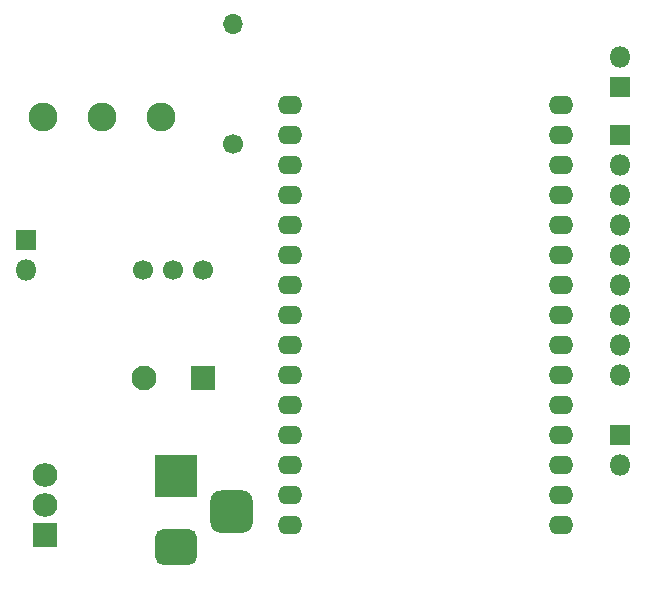
<source format=gbr>
%TF.GenerationSoftware,KiCad,Pcbnew,(5.1.6)-1*%
%TF.CreationDate,2020-11-01T08:40:04-08:00*%
%TF.ProjectId,CentralController,43656e74-7261-46c4-936f-6e74726f6c6c,rev?*%
%TF.SameCoordinates,Original*%
%TF.FileFunction,Soldermask,Bot*%
%TF.FilePolarity,Negative*%
%FSLAX46Y46*%
G04 Gerber Fmt 4.6, Leading zero omitted, Abs format (unit mm)*
G04 Created by KiCad (PCBNEW (5.1.6)-1) date 2020-11-01 08:40:04*
%MOMM*%
%LPD*%
G01*
G04 APERTURE LIST*
%ADD10R,2.100000X2.100000*%
%ADD11C,2.100000*%
%ADD12R,3.600000X3.600000*%
%ADD13R,1.800000X1.800000*%
%ADD14O,1.800000X1.800000*%
%ADD15C,1.700000*%
%ADD16R,2.100000X2.005000*%
%ADD17O,2.100000X2.005000*%
%ADD18O,1.700000X1.700000*%
%ADD19C,2.440000*%
%ADD20O,2.100000X1.600000*%
G04 APERTURE END LIST*
D10*
%TO.C,C1*%
X103378000Y-91694000D03*
D11*
X98378000Y-91694000D03*
%TD*%
D12*
%TO.C,J1*%
X101092000Y-100000000D03*
G36*
G01*
X102117000Y-107550000D02*
X100067000Y-107550000D01*
G75*
G02*
X99292000Y-106775000I0J775000D01*
G01*
X99292000Y-105225000D01*
G75*
G02*
X100067000Y-104450000I775000J0D01*
G01*
X102117000Y-104450000D01*
G75*
G02*
X102892000Y-105225000I0J-775000D01*
G01*
X102892000Y-106775000D01*
G75*
G02*
X102117000Y-107550000I-775000J0D01*
G01*
G37*
G36*
G01*
X106692000Y-104800000D02*
X104892000Y-104800000D01*
G75*
G02*
X103992000Y-103900000I0J900000D01*
G01*
X103992000Y-102100000D01*
G75*
G02*
X104892000Y-101200000I900000J0D01*
G01*
X106692000Y-101200000D01*
G75*
G02*
X107592000Y-102100000I0J-900000D01*
G01*
X107592000Y-103900000D01*
G75*
G02*
X106692000Y-104800000I-900000J0D01*
G01*
G37*
%TD*%
D13*
%TO.C,J2*%
X138684000Y-96520000D03*
D14*
X138684000Y-99060000D03*
%TD*%
D13*
%TO.C,J3*%
X88392000Y-80010000D03*
D14*
X88392000Y-82550000D03*
%TD*%
D13*
%TO.C,J4*%
X138684000Y-71120000D03*
D14*
X138684000Y-73660000D03*
X138684000Y-76200000D03*
X138684000Y-78740000D03*
X138684000Y-81280000D03*
X138684000Y-83820000D03*
X138684000Y-86360000D03*
X138684000Y-88900000D03*
X138684000Y-91440000D03*
%TD*%
%TO.C,J5*%
X138684000Y-64516000D03*
D13*
X138684000Y-67056000D03*
%TD*%
D15*
%TO.C,PS1*%
X98288000Y-82550000D03*
X100838000Y-82550000D03*
X103388000Y-82550000D03*
%TD*%
D16*
%TO.C,Q1*%
X90000000Y-105000000D03*
D17*
X90000000Y-102460000D03*
X90000000Y-99920000D03*
%TD*%
D15*
%TO.C,R1*%
X105918000Y-71882000D03*
D18*
X105918000Y-61722000D03*
%TD*%
D19*
%TO.C,RV1*%
X89822000Y-69596000D03*
X94822000Y-69596000D03*
X99822000Y-69596000D03*
%TD*%
D20*
%TO.C,U1*%
X133728000Y-88884000D03*
X110728000Y-93964000D03*
X133728000Y-96504000D03*
X133728000Y-73644000D03*
X133728000Y-76184000D03*
X110728000Y-86344000D03*
X133728000Y-91424000D03*
X110728000Y-99044000D03*
X110728000Y-76184000D03*
X133728000Y-93964000D03*
X133728000Y-83804000D03*
X133728000Y-86344000D03*
X133728000Y-78724000D03*
X110728000Y-73644000D03*
X110728000Y-81264000D03*
X133728000Y-81264000D03*
X133728000Y-104124000D03*
X110728000Y-78724000D03*
X110728000Y-83804000D03*
X110728000Y-91424000D03*
X110728000Y-96504000D03*
X133728000Y-71104000D03*
X133728000Y-101584000D03*
X133728000Y-68564000D03*
X110728000Y-101584000D03*
X110728000Y-68564000D03*
X110728000Y-71104000D03*
X133728000Y-99044000D03*
X110728000Y-104124000D03*
X110728000Y-88884000D03*
%TD*%
M02*

</source>
